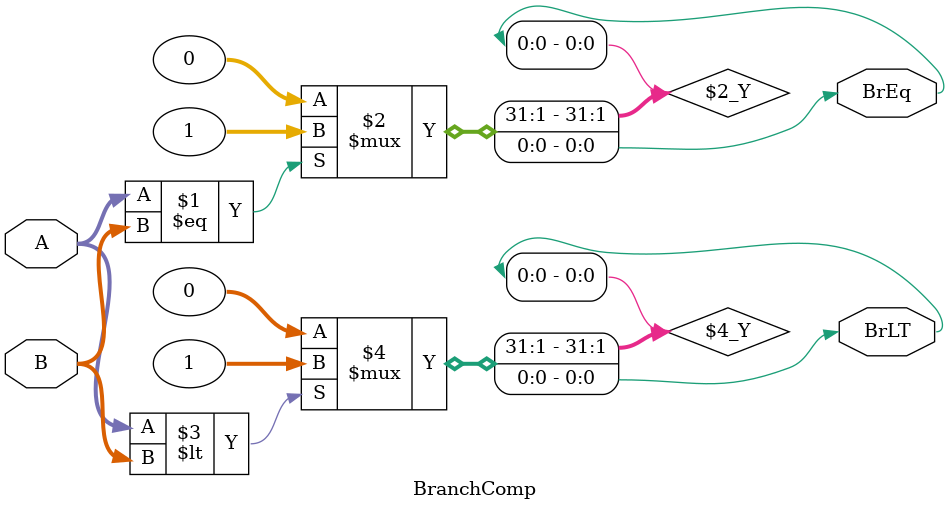
<source format=v>
module BranchComp (
    input signed [31:0] A,B,
    output reg BrEq, BrLT
);
// BranchComp compares two inputs and then outputs BrEq and BrLT based on the result.
// TODO: implement your BranchComp here
// Hint: you can use operator to implement
    assign BrEq = (A == B)? 1 : 0;
    assign BrLT = (A < B)? 1 : 0;
endmodule

</source>
